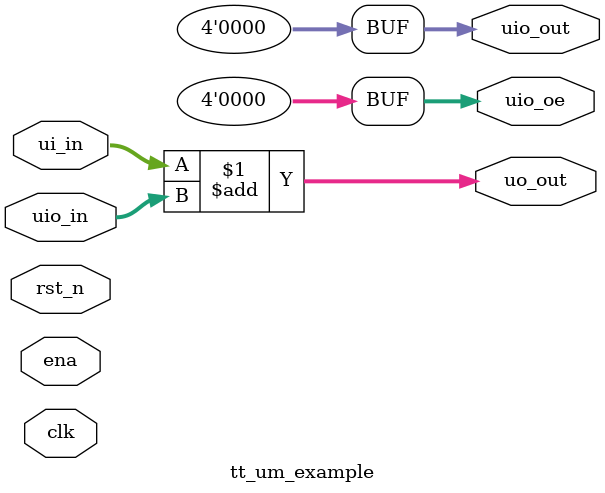
<source format=v>
/*
 * Copyright (c) 2024 Your Name
 * SPDX-License-Identifier: Apache-2.0
 */

`default_nettype none

module tt_um_example (
    input  wire [3:0] ui_in,    // Dedicated inputs
    output wire [3:0] uo_out,   // Dedicated outputs
    input  wire [3:0] uio_in,   // IOs: Input path
    output wire [3:0] uio_out,  // IOs: Output path
    output wire [3:0] uio_oe,   // IOs: Enable path (active high: 0=input, 1=output)
    input  wire       ena,      // always 1 when the design is powered, so you can ignore it
    input  wire       clk,      // clock
    input  wire       rst_n     // reset_n - low to reset
);

  // All output pins must be assigned. If not used, assign to 0.
  assign uo_out  = ui_in + uio_in;  // Example: ou_out is the sum of ui_in and uio_in
  assign uio_out = 0;
  assign uio_oe  = 0;

endmodule

</source>
